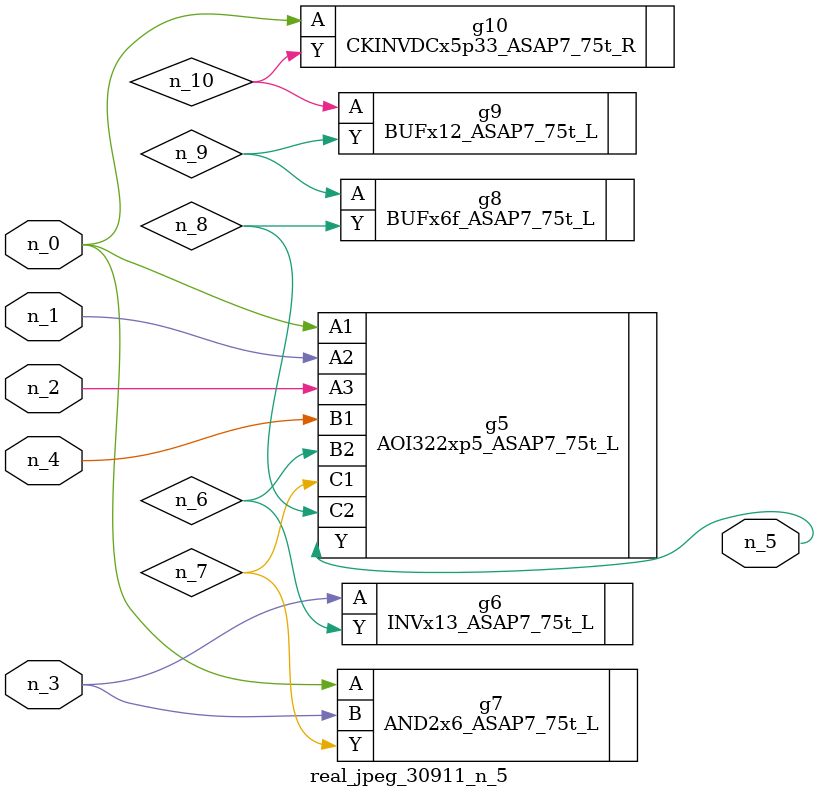
<source format=v>
module real_jpeg_30911_n_5 (n_4, n_0, n_1, n_2, n_3, n_5);

input n_4;
input n_0;
input n_1;
input n_2;
input n_3;

output n_5;

wire n_8;
wire n_6;
wire n_7;
wire n_10;
wire n_9;

AOI322xp5_ASAP7_75t_L g5 ( 
.A1(n_0),
.A2(n_1),
.A3(n_2),
.B1(n_4),
.B2(n_6),
.C1(n_7),
.C2(n_8),
.Y(n_5)
);

AND2x6_ASAP7_75t_L g7 ( 
.A(n_0),
.B(n_3),
.Y(n_7)
);

CKINVDCx5p33_ASAP7_75t_R g10 ( 
.A(n_0),
.Y(n_10)
);

INVx13_ASAP7_75t_L g6 ( 
.A(n_3),
.Y(n_6)
);

BUFx6f_ASAP7_75t_L g8 ( 
.A(n_9),
.Y(n_8)
);

BUFx12_ASAP7_75t_L g9 ( 
.A(n_10),
.Y(n_9)
);


endmodule
</source>
